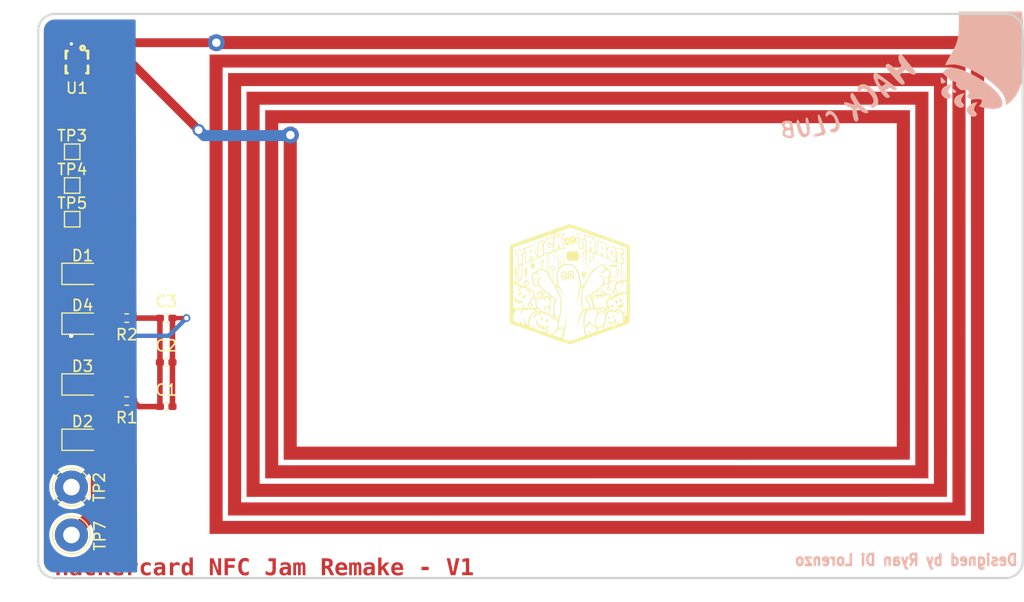
<source format=kicad_pcb>
(kicad_pcb (version 20240108) (generator "pcbnew") (generator_version "8.0")
  (layers (0 "F.Cu" signal) (31 "B.Cu" signal) (34 "B.Paste" user) (35 "F.Paste" user) (36 "B.SilkS" user "B.Silkscreen") (37 "F.SilkS" user "F.Silkscreen") (38 "B.Mask" user) (39 "F.Mask" user) (44 "Edge.Cuts" user))
  (net 0 "")
  (net 1 "VCC")
  (net 2 "GND")
  (net 3 "Net-(D3-A)")
  (net 4 "Net-(D4-A)")
  (net 5 "Net-(U1-SCL)")
  (net 6 "Net-(U1-FD)")
  (net 7 "Net-(U1-SDA)")
  (net 8 "Net-(U1-LA)")
  (net 9 "Net-(U1-LB)")
  (footprint "easyeda2kicad:XQFN-8_L1.6-W1.6-P0.50-BL" (layer "F.Cu") (at 83.5 58.35 180)
    (property "Reference" "U1" (at 0 -2.35 0) (layer "F.SilkS"))
    (property "Value" "NT3H2111W0FHKH")
    (pad "1" smd rect (at -0.5 0.65 270) (size 0.5 0.28) (layers "F.Cu" "F.Paste" "F.Mask") (net 8 "Net-(U1-LA)"))
    (pad "2" smd rect (at 0 0.65 270) (size 0.5 0.28) (layers "F.Cu" "F.Paste" "F.Mask") (net 2 "GND"))
    (pad "3" smd rect (at 0.5 0.65 270) (size 0.5 0.28) (layers "F.Cu" "F.Paste" "F.Mask") (net 5 "Net-(U1-SCL)"))
    (pad "4" smd rect (at 0.6 0) (size 0.45 0.3) (layers "F.Cu" "F.Paste" "F.Mask") (net 6 "Net-(U1-FD)"))
    (pad "5" smd rect (at 0.5 -0.65 270) (size 0.5 0.28) (layers "F.Cu" "F.Paste" "F.Mask") (net 7 "Net-(U1-SDA)"))
    (pad "6" smd rect (at 0 -0.65 270) (size 0.5 0.28) (layers "F.Cu" "F.Paste" "F.Mask") (net 1 "VCC"))
    (pad "7" smd rect (at -0.5 -0.65 270) (size 0.5 0.28) (layers "F.Cu" "F.Paste" "F.Mask") (net 1 "VCC"))
    (pad "8" smd rect (at -0.6 0) (size 0.45 0.3) (layers "F.Cu" "F.Paste" "F.Mask") (net 9 "Net-(U1-LB)"))
    (pad "9" smd rect (at 0 0) (size 0.3 0.3) (layers "F.Cu" "F.Paste" "F.Mask"))
  )
  (footprint "Capacitor_SMD:C_0402_1005Metric_Pad0.74x0.62mm_HandSolder" (layer "F.Cu") (at 91.5675 85.5 180)
    (property "Reference" "C2" (at 0 1.5 0) (layer "F.SilkS"))
    (property "Value" "220nF")
    (pad "1" smd roundrect (at -0.5675 0 180) (size 0.735 0.62) (layers "F.Cu" "F.Paste" "F.Mask") (net 2 "GND"))
    (pad "2" smd roundrect (at 0.5675 0 180) (size 0.735 0.62) (layers "F.Cu" "F.Paste" "F.Mask") (net 1 "VCC"))
  )
  (footprint "LOGO" (layer "F.Cu") (at 130.425836 78.423773)
    (property "Reference" "G***" (hide yes))
    (property "Value" "LOGO" (hide yes))
  )
  (footprint "TestPoint:TestPoint_Pad_1.0x1.0mm" (layer "F.Cu") (at 83.07 66.46)
    (property "Reference" "TP3" (at 0 -1.448 0) (layer "F.SilkS"))
    (property "Value" "TestPoint_Small")
    (pad "1" smd rect (at 0 0) (size 1 1) (layers "F.Cu" "F.Mask") (net 5 "Net-(U1-SCL)"))
  )
  (footprint "Resistor_SMD:R_0402_1005Metric_Pad0.72x0.64mm_HandSolder" (layer "F.Cu") (at 88 81.5 180)
    (property "Reference" "R2" (at 0 -1.5 0) (layer "F.SilkS"))
    (property "Value" "47")
    (pad "1" smd roundrect (at -0.5975 0 180) (size 0.715 0.64) (layers "F.Cu" "F.Paste" "F.Mask") (net 1 "VCC"))
    (pad "2" smd roundrect (at 0.5975 0 180) (size 0.715 0.64) (layers "F.Cu" "F.Paste" "F.Mask") (net 4 "Net-(D4-A)"))
  )
  (footprint "Library:nfc-antenna" (layer "F.Cu") (at 130.5 78.5)
    (property "Reference" "AE1" (hide yes))
    (property "Value" "Antenna_Loop" (hide yes))
    (fp_poly (pts (xy 35.013672 0.005294) (xy 35.013672 22.509546) (xy 0 22.509546) (xy -35.013672 22.509546) (xy -35.013672 0.841726) (xy -35.013672 -20.826094) (xy -0.836429 -20.826094) (xy 33.340814 -20.826094) (xy 33.338164 0.007941) (xy 33.335515 20.841976) (xy -0.002647 20.844625) (xy -33.340809 20.847273) (xy -33.340809 0.847022) (xy -33.340809 -19.15323) (xy -0.836432 -19.15323) (xy 31.667945 -19.15323) (xy 31.667945 -0.001132) (xy 31.667944 0.772014) (xy 31.667941 1.524267) (xy 31.667935 2.25591) (xy 31.667926 2.967227) (xy 31.667915 3.6585) (xy 31.6679 4.330011) (xy 31.667882 4.982045) (xy 31.66786 5.614883) (xy 31.667834 6.228809) (xy 31.667804 6.824105) (xy 31.667769 7.401054) (xy 31.66773 7.959939) (xy 31.667686 8.501044) (xy 31.667636 9.024651) (xy 31.667581 9.531042) (xy 31.667521 10.020501) (xy 31.667454 10.493311) (xy 31.667381 10.949754) (xy 31.667302 11.390113) (xy 31.667216 11.814672) (xy 31.667123 12.223712) (xy 31.667023 12.617518) (xy 31.666916 12.996372) (xy 31.666801 13.360556) (xy 31.666677 13.710354) (xy 31.666546 14.046048) (xy 31.666406 14.367922) (xy 31.666258 14.676258) (xy 31.666101 14.971339) (xy 31.665934 15.253448) (xy 31.665758 15.522868) (xy 31.665573 15.779882) (xy 31.665377 16.024772) (xy 31.665172 16.257822) (xy 31.664956 16.479314) (xy 31.664729 16.689532) (xy 31.664492 16.888757) (xy 31.664243 17.077274) (xy 31.663983 17.255365) (xy 31.663711 17.423312) (xy 31.663427 17.581399) (xy 31.663132 17.729909) (xy 31.662824 17.869124) (xy 31.662503 17.999328) (xy 31.662169 18.120802) (xy 31.661822 18.233831) (xy 31.661462 18.338697) (xy 31.661089 18.435682) (xy 31.660701 18.52507) (xy 31.660299 18.607144) (xy 31.659883 18.682186) (xy 31.659453 18.75048) (xy 31.659007 18.812308) (xy 31.658546 18.867953) (xy 31.65807 18.917697) (xy 31.657579 18.961825) (xy 31.657071 19.000619) (xy 31.656548 19.034361) (xy 31.656008 19.063334) (xy 31.655452 19.087822) (xy 31.654878 19.108107) (xy 31.654288 19.124473) (xy 31.65368 19.137201) (xy 31.653055 19.146575) (xy 31.652412 19.152878) (xy 31.651751 19.156393) (xy 31.651197 19.157392) (xy 31.640218 19.157558) (xy 31.608322 19.157724) (xy 31.55577 19.157888) (xy 31.482821 19.158052) (xy 31.389734 19.158214) (xy 31.276768 19.158374) (xy 31.144184 19.158534) (xy 30.99224 19.158692) (xy 30.821197 19.158849) (xy 30.631312 19.159005) (xy 30.422847 19.159159) (xy 30.19606 19.159311) (xy 29.951211 19.159462) (xy 29.688559 19.159611) (xy 29.408364 19.159759) (xy 29.110885 19.159905) (xy 28.796381 19.160049) (xy 28.465112 19.160191) (xy 28.117338 19.160331) (xy 27.753318 19.160469) (xy 27.373311 19.160606) (xy 26.977576 19.16074) (xy 26.566374 19.160872) (xy 26.139963 19.161002) (xy 25.698604 19.16113) (xy 25.242554 19.161255) (xy 24.772075 19.161378) (xy 24.287425 19.161499) (xy 23.788864 19.161617) (xy 23.276652 19.161733) (xy 22.751047 19.161846) (xy 22.212309 19.161957) (xy 21.660697 19.162065) (xy 21.096472 19.16217) (xy 20.519892 19.162273) (xy 19.931216 19.162373) (xy 19.330706 19.16247) (xy 18.718619 19.162564) (xy 18.095215 19.162655) (xy 17.460753 19.162743) (xy 16.815494 19.162828) (xy 16.159696 19.16291) (xy 15.49362 19.162989) (xy 14.817523 19.163064) (xy 14.131667 19.163137) (xy 13.43631 19.163206) (xy 12.731711 19.163271) (xy 12.018131 19.163333) (xy 11.295828 19.163392) (xy 10.565062 19.163447) (xy 9.826092 19.163499) (xy 9.079179 19.163547) (xy 8.324581 19.163591) (xy 7.562557 19.163631) (xy 6.793368 19.163668) (xy 6.017273 19.163701) (xy 5.23453 19.16373) (xy 4.4454 19.163755) (xy 3.650142 19.163775) (xy 2.849016 19.163792) (xy 2.04228 19.163805) (xy 1.230195 19.163814) (xy 0.413019 19.163818) (xy -0.016748 19.163819) (xy -31.667945 19.163819) (xy -31.667945 0.84702) (xy -31.667945 -17.469779) (xy -0.841723 -17.469779) (xy 29.9845 -17.469779) (xy 29.98185 0.007941) (xy 29.9792 17.485661) (xy -0.002647 17.48831) (xy -29.984494 17.490959) (xy -29.984494 0.847022) (xy -29.984494 -15.796915) (xy -0.836432 -15.796915) (xy 28.31163 -15.796915) (xy 28.31163 -0.001132) (xy 28.311628 0.700056) (xy 28.311624 1.380381) (xy 28.311617 2.040154) (xy 28.311607 2.679685) (xy 28.311593 3.299287) (xy 28.311574 3.899271) (xy 28.311551 4.479948) (xy 28.311524 5.04163) (xy 28.311491 5.584629) (xy 28.311454 6.109256) (xy 28.31141 6.615822) (xy 28.31136 7.104639) (xy 28.311304 7.576019) (xy 28.311241 8.030273) (xy 28.311171 8.467712) (xy 28.311094 8.888648) (xy 28.311009 9.293393) (xy 28.310916 9.682257) (xy 28.310815 10.055553) (xy 28.310705 10.413592) (xy 28.310586 10.756685) (xy 28.310458 11.085145) (xy 28.310319 11.399281) (xy 28.310171 11.699407) (xy 28.310013 11.985833) (xy 28.309844 12.258871) (xy 28.309664 12.518833) (xy 28.309472 12.766029) (xy 28.309269 13.000772) (xy 28.309054 13.223373) (xy 28.308826 13.434143) (xy 28.308586 13.633394) (xy 28.308333 13.821438) (xy 28.308067 13.998585) (xy 28.307787 14.165148) (xy 28.307493 14.321438) (xy 28.307184 14.467766) (xy 28.306861 14.604444) (xy 28.306523 14.731783) (xy 28.30617 14.850095) (xy 28.305801 14.959692) (xy 28.305416 15.060884) (xy 28.305015 15.153984) (xy 28.304598 15.239303) (xy 28.304163 15.317152) (xy 28.303711 15.387843) (xy 28.303241 15.451688) (xy 28.302754 15.508997) (xy 28.302248 15.560083) (xy 28.301724 15.605256) (xy 28.30118 15.644829) (xy 28.300618 15.679113) (xy 28.300036 15.708419) (xy 28.299434 15.733059) (xy 28.298811 15.753344) (xy 28.298168 15.769586) (xy 28.297504 15.782096) (xy 28.296819 15.791187) (xy 28.296113 15.797168) (xy 28.295384 15.800353) (xy 28.294882 15.801077) (xy 28.28388 15.801253) (xy 28.251977 15.801428) (xy 28.199447 15.801601) (xy 28.126565 15.801774) (xy 28.033605 15.801945) (xy 27.920842 15.802115) (xy 27.78855 15.802283) (xy 27.637003 15.80245) (xy 27.466476 15.802615) (xy 27.277243 15.802779) (xy 27.069579 15.80294) (xy 26.843758 15.803101) (xy 26.600055 15.803259) (xy 26.338743 15.803415) (xy 26.060098 15.80357) (xy 25.764394 15.803722) (xy 25.451905 15.803873) (xy 25.122905 15.804021) (xy 24.77767 15.804167) (xy 24.416473 15.804311) (xy 24.039589 15.804453) (xy 23.647292 15.804592) (xy 23.239857 15.804729) (xy 22.817558 15.804863) (xy 22.380669 15.804994) (xy 21.929466 15.805124) (xy 21.464222 15.80525) (xy 20.985212 15.805373) (xy 20.492709 15.805494) (xy 19.98699 15.805612) (xy 19.468327 15.805727) (xy 18.936997 15.805839) (xy 18.393271 15.805948) (xy 17.837427 15.806054) (xy 17.269737 15.806156) (xy 16.690476 15.806256) (xy 16.099918 15.806352) (xy 15.498339 15.806444) (xy 14.886012 15.806534) (xy 14.263212 15.806619) (xy 13.630213 15.806702) (xy 12.98729 15.80678) (xy 12.334716 15.806855) (xy 11.672768 15.806926) (xy 11.001718 15.806993) (xy 10.321841 15.807057) (xy 9.633412 15.807116) (xy 8.936706 15.807172) (xy 8.231996 15.807223) (xy 7.519557 15.807271) (xy 6.799663 15.807314) (xy 6.072589 15.807353) (xy 5.33861 15.807387) (xy 4.597999 15.807417) (xy 3.851031 15.807443) (xy 3.09798 15.807465) (xy 2.339122 15.807481) (xy 1.57473 15.807493) (xy 0.805079 15.807501) (xy 0.030442 15.807504) (xy -0.016748 15.807504) (xy -28.31163 15.807504) (xy -28.31163 0.84702) (xy -28.31163 -14.113464) (xy -27.718716 -14.113464) (xy -27.125803 -14.113464) (xy -27.125803 0.254106) (xy -27.125803 14.621676) (xy 0 14.621676) (xy 27.125802 14.621676) (xy 27.125802 0) (xy 27.125802 -14.621675) (xy -0.836432 -14.621675) (xy -28.798666 -14.621675) (xy -28.798666 0.841726) (xy -28.798666 16.305128) (xy 0 16.305128) (xy 28.798666 16.305128) (xy 28.798666 0.005294) (xy 28.798666 -16.294539) (xy -0.841726 -16.294539) (xy -30.482118 -16.294539) (xy -30.482118 0.841726) (xy -30.482118 17.977991) (xy 0 17.977991) (xy 30.482117 17.977991) (xy 30.482117 0) (xy 30.482117 -17.97799) (xy -0.836432 -17.97799) (xy -32.154981 -17.97799) (xy -32.154981 0.841726) (xy -32.154981 19.661443) (xy 0 19.661443) (xy 32.154981 19.661443) (xy 32.154981 0.005294) (xy 32.154981 -19.650854) (xy -0.836432 -19.650854) (xy -33.827845 -19.650854) (xy -33.827845 0.841726) (xy -33.827845 21.334306) (xy 0 21.334306) (xy 33.827845 21.334306) (xy 33.827845 0.005294) (xy 33.827845 -21.323718) (xy -0.592914 -21.323718) (xy -35.013672 -21.323718) (xy -35.013672 -21.911338) (xy -35.013672 -22.498957) (xy 0 -22.498957) (xy 35.013672 -22.498957)) (fill solid) (layer "F.Cu"))
    (pad "1" thru_hole circle (at -34.4 -21.9) (size 1.524 1.524) (drill 0.762) (layers "*.Cu" "*.Mask") (net 8 "Net-(U1-LA)"))
    (pad "2" thru_hole circle (at -27.7 -13.55) (size 1.524 1.524) (drill 0.762) (layers "*.Cu" "*.Mask") (net 9 "Net-(U1-LB)"))
  )
  (footprint "LED_SMD:LED_0805_2012Metric_Pad1.15x1.40mm_HandSolder" (layer "F.Cu") (at 84 92.5)
    (property "Reference" "D2" (at 0 -1.65 0) (layer "F.SilkS"))
    (property "Value" "LED")
    (pad "1" smd roundrect (at -1.025 0) (size 1.15 1.4) (layers "F.Cu" "F.Paste" "F.Mask") (roundrect_rratio 0.217391) (net 2 "GND"))
    (pad "2" smd roundrect (at 1.025 0) (size 1.15 1.4) (layers "F.Cu" "F.Paste" "F.Mask") (roundrect_rratio 0.217391) (net 1 "VCC"))
  )
  (footprint "TestPoint:TestPoint_Pad_1.0x1.0mm" (layer "F.Cu") (at 83.07 69.51)
    (property "Reference" "TP4" (at 0 -1.448 0) (layer "F.SilkS"))
    (property "Value" "TestPoint_Small")
    (pad "1" smd rect (at 0 0) (size 1 1) (layers "F.Cu" "F.Mask") (net 6 "Net-(U1-FD)"))
  )
  (footprint "TestPoint:TestPoint_Pad_1.0x1.0mm" (layer "F.Cu") (at 83.07 72.56)
    (property "Reference" "TP5" (at 0 -1.448 0) (layer "F.SilkS"))
    (property "Value" "TestPoint_Small")
    (pad "1" smd rect (at 0 0) (size 1 1) (layers "F.Cu" "F.Mask") (net 7 "Net-(U1-SDA)"))
  )
  (footprint "LED_SMD:LED_0805_2012Metric_Pad1.15x1.40mm_HandSolder" (layer "F.Cu") (at 84 77.5)
    (property "Reference" "D1" (at 0 -1.65 0) (layer "F.SilkS"))
    (property "Value" "LED")
    (pad "1" smd roundrect (at -1.025 0) (size 1.15 1.4) (layers "F.Cu" "F.Paste" "F.Mask") (roundrect_rratio 0.217391) (net 2 "GND"))
    (pad "2" smd roundrect (at 1.025 0) (size 1.15 1.4) (layers "F.Cu" "F.Paste" "F.Mask") (roundrect_rratio 0.217391) (net 1 "VCC"))
  )
  (footprint "Resistor_SMD:R_0402_1005Metric_Pad0.72x0.64mm_HandSolder" (layer "F.Cu") (at 88 89 180)
    (property "Reference" "R1" (at 0 -1.5 0) (layer "F.SilkS"))
    (property "Value" "47")
    (pad "1" smd roundrect (at -0.5975 0 180) (size 0.715 0.64) (layers "F.Cu" "F.Paste" "F.Mask") (net 1 "VCC"))
    (pad "2" smd roundrect (at 0.5975 0 180) (size 0.715 0.64) (layers "F.Cu" "F.Paste" "F.Mask") (net 3 "Net-(D3-A)"))
  )
  (footprint "Capacitor_SMD:C_0402_1005Metric_Pad0.74x0.62mm_HandSolder" (layer "F.Cu") (at 91.5675 81.5 180)
    (property "Reference" "C3" (at 0 1.5 0) (layer "F.SilkS"))
    (property "Value" "220nF")
    (pad "1" smd roundrect (at -0.5675 0 180) (size 0.735 0.62) (layers "F.Cu" "F.Paste" "F.Mask") (net 2 "GND"))
    (pad "2" smd roundrect (at 0.5675 0 180) (size 0.735 0.62) (layers "F.Cu" "F.Paste" "F.Mask") (net 1 "VCC"))
  )
  (footprint "Capacitor_SMD:C_0402_1005Metric_Pad0.74x0.62mm_HandSolder" (layer "F.Cu") (at 91.5675 89.5 180)
    (property "Reference" "C1" (at 0 1.5 0) (layer "F.SilkS"))
    (property "Value" "220nF")
    (pad "1" smd roundrect (at -0.5675 0 180) (size 0.735 0.62) (layers "F.Cu" "F.Paste" "F.Mask") (net 2 "GND"))
    (pad "2" smd roundrect (at 0.5675 0 180) (size 0.735 0.62) (layers "F.Cu" "F.Paste" "F.Mask") (net 1 "VCC"))
  )
  (footprint "LED_SMD:LED_0805_2012Metric_Pad1.15x1.40mm_HandSolder" (layer "F.Cu") (at 84 82)
    (property "Reference" "D4" (at 0 -1.65 0) (layer "F.SilkS"))
    (property "Value" "LED")
    (pad "1" smd roundrect (at -1.025 0) (size 1.15 1.4) (layers "F.Cu" "F.Paste" "F.Mask") (roundrect_rratio 0.217391) (net 2 "GND"))
    (pad "2" smd roundrect (at 1.025 0) (size 1.15 1.4) (layers "F.Cu" "F.Paste" "F.Mask") (roundrect_rratio 0.217391) (net 4 "Net-(D4-A)"))
  )
  (footprint "LED_SMD:LED_0805_2012Metric_Pad1.15x1.40mm_HandSolder" (layer "F.Cu") (at 84 87.5)
    (property "Reference" "D3" (at 0 -1.65 0) (layer "F.SilkS"))
    (property "Value" "LED")
    (pad "1" smd roundrect (at -1.025 0) (size 1.15 1.4) (layers "F.Cu" "F.Paste" "F.Mask") (roundrect_rratio 0.217391) (net 2 "GND"))
    (pad "2" smd roundrect (at 1.025 0) (size 1.15 1.4) (layers "F.Cu" "F.Paste" "F.Mask") (roundrect_rratio 0.217391) (net 3 "Net-(D3-A)"))
  )
  (footprint "TestPoint:TestPoint_Loop_D2.54mm_Drill1.5mm_Beaded" (layer "F.Cu") (at 83 101.11 90)
    (property "Reference" "TP7" (at -0.07 2.58 90) (layer "F.SilkS"))
    (property "Value" "TestPoint_Probe")
    (pad "1" thru_hole circle (at 0 0 90) (size 3 3) (drill 1.5) (layers "*.Cu" "*.Mask") (net 1 "VCC"))
  )
  (footprint "TestPoint:TestPoint_Loop_D2.54mm_Drill1.5mm_Beaded" (layer "F.Cu") (at 83 96.78 90)
    (property "Reference" "TP2" (at 0 2.52 90) (layer "F.SilkS"))
    (property "Value" "TestPoint_Probe")
    (pad "1" thru_hole circle (at 0 0 90) (size 3 3) (drill 1.5) (layers "*.Cu" "*.Mask") (net 2 "GND"))
  )
  (footprint "LOGO" (layer "B.Cu") (at 157.05 60.8 180)
    (property "Reference" "G***" (hide yes))
    (property "Value" "LOGO" (hide yes))
  )
  (gr_line (start 81.5 54) (end 167.5 54) (stroke (width 0.2)) (layer "Edge.Cuts"))
  (gr_line (start 169 55.5) (end 169 103.5) (stroke (width 0.2)) (layer "Edge.Cuts"))
  (gr_arc (start 169 103.5) (mid 168.56066 104.56066) (end 167.5 105) (stroke (width 0.2)) (layer "Edge.Cuts"))
  (gr_arc (start 81.5 105) (mid 80.43934 104.56066) (end 80 103.5) (stroke (width 0.2)) (layer "Edge.Cuts"))
  (gr_arc (start 167.5 54) (mid 168.56066 54.43934) (end 169 55.5) (stroke (width 0.2)) (layer "Edge.Cuts"))
  (gr_arc (start 80 55.5) (mid 80.43934 54.43934) (end 81.5 54) (stroke (width 0.2)) (layer "Edge.Cuts"))
  (gr_line (start 167.5 105) (end 81.5 105) (stroke (width 0.2)) (layer "Edge.Cuts"))
  (gr_line (start 80 103.5) (end 80 55.5) (stroke (width 0.2)) (layer "Edge.Cuts"))
  (gr_text "Hackercard NFC Jam Remake - V1" (at 81.5 105 -0) (layer "F.Cu") (effects (font (size 1.5 1.5) (thickness 0.3) (bold yes)) (justify left bottom)))
  (gr_text "Designed by Ryan Di Lorenzo" (at 168.65 103.95 0) (layer "B.SilkS") (effects (font (size 1 0.9) (thickness 0.225) (bold yes)) (justify left bottom mirror)))
  (segment (start 85.025 61.325) (end 84 60.3) (width 0.5) (layer "F.Cu") (net 1))
  (segment (start 85.85 92.5) (end 85.024998 92.5) (width 0.5) (layer "F.Cu") (net 1))
  (segment (start 85.025 92.5) (end 85.024998 92.5) (width 0.3) (layer "F.Cu") (net 1))
  (segment (start 85.26 92.735) (end 85.26 98.85) (width 1) (layer "F.Cu") (net 1))
  (segment (start 85.025 77.5) (end 85.025 61.325) (width 0.6) (layer "F.Cu") (net 1))
  (segment (start 91 89.5) (end 89.0975 89.5) (width 0.5) (layer "F.Cu") (net 1))
  (segment (start 85.26 98.85) (end 83 101.11) (width 1.1) (layer "F.Cu") (net 1))
  (segment (start 84 60.3) (end 84 59) (width 0.5) (layer "F.Cu") (net 1))
  (segment (start 91 81.5) (end 88.5975 81.5) (width 0.5) (layer "F.Cu") (net 1))
  (segment (start 89.0975 89.5) (end 88.5975 89) (width 0.5) (layer "F.Cu") (net 1))
  (segment (start 84 59) (end 83.5 59) (width 0.4) (layer "F.Cu") (net 1))
  (segment (start 91 89.5) (end 91 85.5) (width 0.5) (layer "F.Cu") (net 1))
  (segment (start 85.025 77.5) (end 88.5975 81.0725) (width 0.6) (layer "F.Cu") (net 1))
  (segment (start 88.5975 89.7525) (end 85.85 92.5) (width 0.5) (layer "F.Cu") (net 1))
  (segment (start 91 81.5) (end 91 85.5) (width 0.5) (layer "F.Cu") (net 1))
  (segment (start 88.5975 81.0725) (end 88.5975 81.5) (width 0.6) (layer "F.Cu") (net 1))
  (segment (start 88.5975 89.7525) (end 88.5975 89) (width 0.5) (layer "F.Cu") (net 1))
  (segment (start 85.025 92.5) (end 85.26 92.735) (width 1) (layer "F.Cu") (net 1))
  (segment (start 81.4 56.4) (end 80.98 56.82) (width 0.6) (layer "F.Cu") (net 2))
  (segment (start 82.975 82) (end 82.975 77.5) (width 1) (layer "F.Cu") (net 2))
  (segment (start 92.135 81.5) (end 92.135 85.5) (width 0.5) (layer "F.Cu") (net 2))
  (segment (start 80.98 75.505) (end 82.975 77.5) (width 0.6) (layer "F.Cu") (net 2))
  (segment (start 82.995 56.705) (end 82.54 56.25) (width 0.3) (layer "F.Cu") (net 2))
  (segment (start 82.975 92.5) (end 82.975 87.5) (width 1) (layer "F.Cu") (net 2))
  (segment (start 82.54 56.25) (end 81.55 56.25) (width 0.5) (layer "F.Cu") (net 2))
  (segment (start 92.135 81.5) (end 93.4 81.5) (width 0.4) (layer "F.Cu") (net 2))
  (segment (start 80.98 56.82) (end 80.98 75.505) (width 0.6) (layer "F.Cu") (net 2))
  (segment (start 81.55 56.25) (end 81.4 56.4) (width 0.5) (layer "F.Cu") (net 2))
  (segment (start 83.5 57.7) (end 83.5 57.21) (width 0.3) (layer "F.Cu") (net 2))
  (segment (start 83.5 57.21) (end 82.995 56.705) (width 0.3) (layer "F.Cu") (net 2))
  (segment (start 92.135 89.5) (end 92.135 85.5) (width 0.5) (layer "F.Cu") (net 2))
  (segment (start 82.975 82) (end 82.975 87.5) (width 1) (layer "F.Cu") (net 2))
  (via (at 82.995 56.705) (size 0.6) (drill 0.3) (layers "F.Cu" "B.Cu") (net 2))
  (via (at 82.975 83.1) (size 0.7) (drill 0.4) (layers "F.Cu" "B.Cu") (net 2))
  (via (at 93.4 81.5) (size 0.7) (drill 0.4) (layers "F.Cu" "B.Cu") (net 2))
  (segment (start 93.4 81.5) (end 91.8 83.1) (width 0.4) (layer "B.Cu") (net 2))
  (segment (start 91.8 83.1) (end 82.975 83.1) (width 0.4) (layer "B.Cu") (net 2))
  (segment (start 85.025 87.5) (end 85.9025 87.5) (width 0.3) (layer "F.Cu") (net 3))
  (segment (start 85.9025 87.5) (end 87.4025 89) (width 0.3) (layer "F.Cu") (net 3))
  (segment (start 85.025 82) (end 85.525 81.5) (width 0.5) (layer "F.Cu") (net 4))
  (segment (start 87.4025 81.5) (end 85.9 81.5) (width 0.3) (layer "F.Cu") (net 4))
  (segment (start 85.525 81.5) (end 85.9 81.5) (width 0.5) (layer "F.Cu") (net 4))
  (segment (start 83 57.7) (end 82.575 57.7) (width 0.3) (layer "F.Cu") (net 5))
  (segment (start 81.81 58.465) (end 81.81 65.2) (width 0.3) (layer "F.Cu") (net 5))
  (segment (start 81.81 65.2) (end 83.07 66.46) (width 0.3) (layer "F.Cu") (net 5))
  (segment (start 82.575 57.7) (end 81.81 58.465) (width 0.3) (layer "F.Cu") (net 5))
  (segment (start 82.4 58.775) (end 82.4 64.345686) (width 0.3) (layer "F.Cu") (net 6))
  (segment (start 82.4 64.345686) (end 82.56 64.505686) (width 0.3) (layer "F.Cu") (net 6))
  (segment (start 82.9 58.35) (end 82.825 58.35) (width 0.2) (layer "F.Cu") (net 6))
  (segment (start 83.95 68.63) (end 83.07 69.51) (width 0.2) (layer "F.Cu") (net 6))
  (segment (start 82.56 58.615) (end 82.4 58.775) (width 0.3) (layer "F.Cu") (net 6))
  (segment (start 82.825 58.35) (end 82.56 58.615) (width 0.2) (layer "F.Cu") (net 6))
  (segment (start 83.95 65.895686) (end 83.95 68.63) (width 0.2) (layer "F.Cu") (net 6))
  (segment (start 82.56 64.505686) (end 83.95 65.895686) (width 0.2) (layer "F.Cu") (net 6))
  (segment (start 84.35 71.28) (end 83.07 72.56) (width 0.2) (layer "F.Cu") (net 7))
  (segment (start 84.27 64.81) (end 84.35 64.89) (width 0.2) (layer "F.Cu") (net 7))
  (segment (start 84.35 64.89) (end 84.35 71.28) (width 0.2) (layer "F.Cu") (net 7))
  (segment (start 83.012559 63.552559) (end 84.27 64.81) (width 0.3) (layer "F.Cu") (net 7))
  (segment (start 83.012559 59.012559) (end 83.012559 63.552559) (width 0.3) (layer "F.Cu") (net 7))
  (segment (start 83 59) (end 83.012559 59.012559) (width 0.3) (layer "F.Cu") (net 7))
  (segment (start 84.9 56.6) (end 96.1 56.6) (width 0.8) (layer "F.Cu") (net 8))
  (segment (start 84 57.7) (end 84 57.6) (width 0.3) (layer "F.Cu") (net 8))
  (segment (start 84 57.6) (end 84 57.5) (width 0.3) (layer "F.Cu") (net 8))
  (segment (start 84 57.5) (end 84.9 56.6) (width 0.3) (layer "F.Cu") (net 8))
  (segment (start 88.35 58.35) (end 94.5 64.5) (width 0.8) (layer "F.Cu") (net 9))
  (segment (start 85 58.35) (end 88.35 58.35) (width 0.8) (layer "F.Cu") (net 9))
  (segment (start 84.1 58.35) (end 85 58.35) (width 0.3) (layer "F.Cu") (net 9))
  (via (at 94.5 64.5) (size 1.1) (drill 0.7) (layers "F.Cu" "B.Cu") (net 9))
  (segment (start 102.75 65) (end 102.8 64.95) (width 1) (layer "B.Cu") (net 9))
  (segment (start 95 65) (end 102.75 65) (width 1) (layer "B.Cu") (net 9))
  (segment (start 94.5 64.5) (end 95 65) (width 1) (layer "B.Cu") (net 9))
  (zone (net 2) (net_name "GND") (layer "B.Cu") (connect_pads (clearance 0.5)) (min_thickness 0.25) (fill yes (thermal_gap 0.5) (thermal_bridge_width 0.5))
    (polygon (pts (xy 79.13934 52.73934) (xy 88.8 52.75) (xy 88.95 105.05) (xy 78.45 105.15) (xy 78.6 53.45)))
  )
)
</source>
